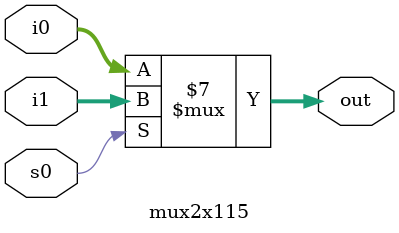
<source format=sv>
`timescale 1ns / 1ps


module mux2x115(input [15:0] i1, i0,
        input s0,
        output reg [15:0] out
        );
        
always@(s0, i1, i0)
    begin
        if(s0==0)
            out<=i0;
        else if(s0==1)
            out<=i1;
        else
            out <= i1;
    end
endmodule
</source>
